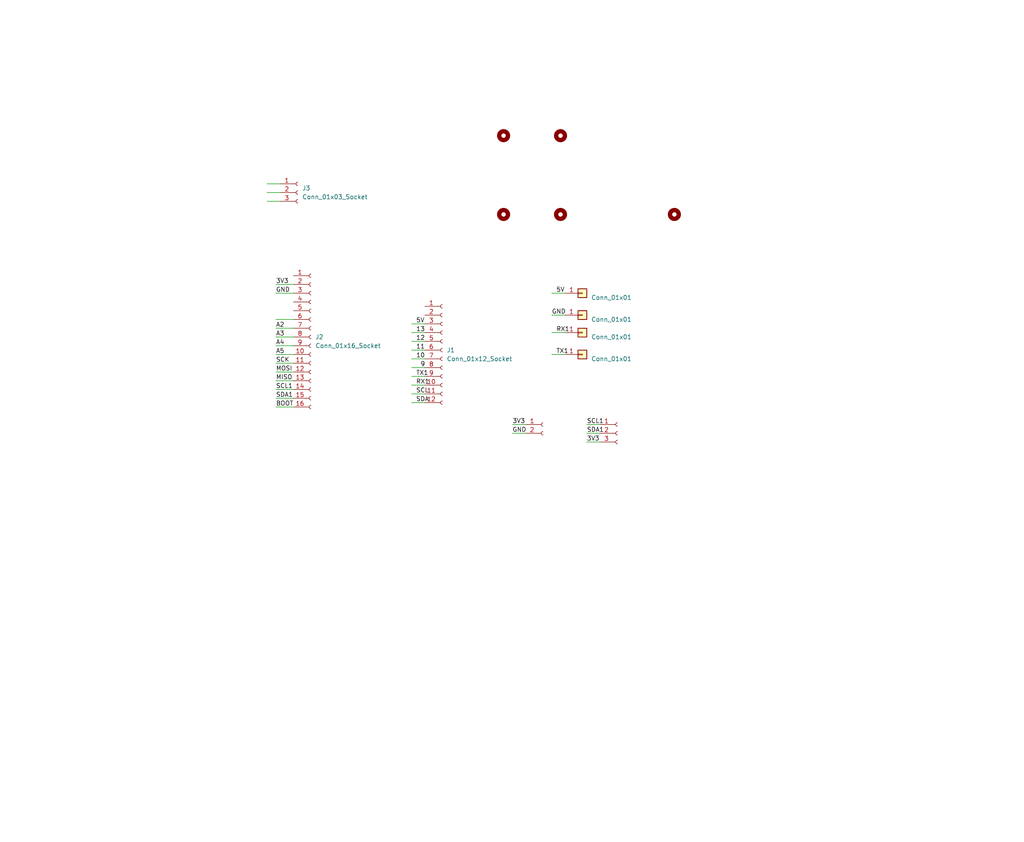
<source format=kicad_sch>
(kicad_sch (version 20250114) (generator "eeschema") (generator_version "9.0")
  (paper "User" 297.002 244.323)
  (lib_symbols
    (symbol "Connector:Conn_01x02_Female" (pin_names (offset 1.016) (hide yes))
      (property "Reference" "J" (at 0 2.54 0))
      (property "Value" "Conn_01x02_Female" (at 0 -5.08 0))
      (symbol "Conn_01x02_Female_1_1"
        (polyline (pts (xy -1.27 0) (xy -0.508 0)) (stroke (width 0.1524)))
        (polyline (pts (xy -1.27 -2.54) (xy -0.508 -2.54)) (stroke (width 0.1524)))
        (arc (start 0 -0.508) (mid -0.5058 0) (end 0 0.508) (stroke (width 0.1524)))
        (arc (start 0 -3.048) (mid -0.5058 -2.54) (end 0 -2.032) (stroke (width 0.1524)))
        (pin passive line (at -5.08 0 0) (length 3.81) (name "Pin_1") (number "1"))
        (pin passive line (at -5.08 -2.54 0) (length 3.81) (name "Pin_2") (number "2"))
      )
    )
    (symbol "Connector:Conn_01x03_Female" (pin_names (offset 1.016) (hide yes))
      (property "Reference" "J" (at 0 5.08 0))
      (property "Value" "Conn_01x03_Female" (at 0 -5.08 0))
      (symbol "Conn_01x03_Female_1_1"
        (polyline (pts (xy -1.27 2.54) (xy -0.508 2.54)) (stroke (width 0.1524)))
        (polyline (pts (xy -1.27 0) (xy -0.508 0)) (stroke (width 0.1524)))
        (polyline (pts (xy -1.27 -2.54) (xy -0.508 -2.54)) (stroke (width 0.1524)))
        (arc (start 0 2.032) (mid -0.5058 2.54) (end 0 3.048) (stroke (width 0.1524)))
        (arc (start 0 -0.508) (mid -0.5058 0) (end 0 0.508) (stroke (width 0.1524)))
        (arc (start 0 -3.048) (mid -0.5058 -2.54) (end 0 -2.032) (stroke (width 0.1524)))
        (pin passive line (at -5.08 2.54 0) (length 3.81) (name "Pin_1") (number "1"))
        (pin passive line (at -5.08 0 0) (length 3.81) (name "Pin_2") (number "2"))
        (pin passive line (at -5.08 -2.54 0) (length 3.81) (name "Pin_3") (number "3"))
      )
    )
    (symbol "Connector:Conn_01x03_Socket" (pin_names (offset 1.016) (hide yes))
      (property "Reference" "J" (at 0 5.08 0))
      (property "Value" "Conn_01x03_Socket" (at 0 -5.08 0))
      (symbol "Conn_01x03_Socket_1_1"
        (polyline (pts (xy -1.27 2.54) (xy -0.508 2.54)) (stroke (width 0.1524)))
        (polyline (pts (xy -1.27 0) (xy -0.508 0)) (stroke (width 0.1524)))
        (polyline (pts (xy -1.27 -2.54) (xy -0.508 -2.54)) (stroke (width 0.1524)))
        (arc (start 0 2.032) (mid -0.5058 2.54) (end 0 3.048) (stroke (width 0.1524)))
        (arc (start 0 -0.508) (mid -0.5058 0) (end 0 0.508) (stroke (width 0.1524)))
        (arc (start 0 -3.048) (mid -0.5058 -2.54) (end 0 -2.032) (stroke (width 0.1524)))
        (pin passive line (at -5.08 2.54 0) (length 3.81) (name "Pin_1") (number "1"))
        (pin passive line (at -5.08 0 0) (length 3.81) (name "Pin_2") (number "2"))
        (pin passive line (at -5.08 -2.54 0) (length 3.81) (name "Pin_3") (number "3"))
      )
    )
    (symbol "Connector:Conn_01x12_Socket" (pin_names (offset 1.016) (hide yes))
      (property "Reference" "J" (at 0 15.24 0))
      (property "Value" "Conn_01x12_Socket" (at 0 -17.78 0))
      (symbol "Conn_01x12_Socket_1_1"
        (polyline (pts (xy -1.27 12.7) (xy -0.508 12.7)) (stroke (width 0.1524)))
        (polyline (pts (xy -1.27 10.16) (xy -0.508 10.16)) (stroke (width 0.1524)))
        (polyline (pts (xy -1.27 7.62) (xy -0.508 7.62)) (stroke (width 0.1524)))
        (polyline (pts (xy -1.27 5.08) (xy -0.508 5.08)) (stroke (width 0.1524)))
        (polyline (pts (xy -1.27 2.54) (xy -0.508 2.54)) (stroke (width 0.1524)))
        (polyline (pts (xy -1.27 0) (xy -0.508 0)) (stroke (width 0.1524)))
        (polyline (pts (xy -1.27 -2.54) (xy -0.508 -2.54)) (stroke (width 0.1524)))
        (polyline (pts (xy -1.27 -5.08) (xy -0.508 -5.08)) (stroke (width 0.1524)))
        (polyline (pts (xy -1.27 -7.62) (xy -0.508 -7.62)) (stroke (width 0.1524)))
        (polyline (pts (xy -1.27 -10.16) (xy -0.508 -10.16)) (stroke (width 0.1524)))
        (polyline (pts (xy -1.27 -12.7) (xy -0.508 -12.7)) (stroke (width 0.1524)))
        (polyline (pts (xy -1.27 -15.24) (xy -0.508 -15.24)) (stroke (width 0.1524)))
        (arc (start 0 12.192) (mid -0.5058 12.7) (end 0 13.208) (stroke (width 0.1524)))
        (arc (start 0 9.652) (mid -0.5058 10.16) (end 0 10.668) (stroke (width 0.1524)))
        (arc (start 0 7.112) (mid -0.5058 7.62) (end 0 8.128) (stroke (width 0.1524)))
        (arc (start 0 4.572) (mid -0.5058 5.08) (end 0 5.588) (stroke (width 0.1524)))
        (arc (start 0 2.032) (mid -0.5058 2.54) (end 0 3.048) (stroke (width 0.1524)))
        (arc (start 0 -0.508) (mid -0.5058 0) (end 0 0.508) (stroke (width 0.1524)))
        (arc (start 0 -3.048) (mid -0.5058 -2.54) (end 0 -2.032) (stroke (width 0.1524)))
        (arc (start 0 -5.588) (mid -0.5058 -5.08) (end 0 -4.572) (stroke (width 0.1524)))
        (arc (start 0 -8.128) (mid -0.5058 -7.62) (end 0 -7.112) (stroke (width 0.1524)))
        (arc (start 0 -10.668) (mid -0.5058 -10.16) (end 0 -9.652) (stroke (width 0.1524)))
        (arc (start 0 -13.208) (mid -0.5058 -12.7) (end 0 -12.192) (stroke (width 0.1524)))
        (arc (start 0 -15.748) (mid -0.5058 -15.24) (end 0 -14.732) (stroke (width 0.1524)))
        (pin passive line (at -5.08 12.7 0) (length 3.81) (name "Pin_1") (number "1"))
        (pin passive line (at -5.08 10.16 0) (length 3.81) (name "Pin_2") (number "2"))
        (pin passive line (at -5.08 7.62 0) (length 3.81) (name "Pin_3") (number "3"))
        (pin passive line (at -5.08 5.08 0) (length 3.81) (name "Pin_4") (number "4"))
        (pin passive line (at -5.08 2.54 0) (length 3.81) (name "Pin_5") (number "5"))
        (pin passive line (at -5.08 0 0) (length 3.81) (name "Pin_6") (number "6"))
        (pin passive line (at -5.08 -2.54 0) (length 3.81) (name "Pin_7") (number "7"))
        (pin passive line (at -5.08 -5.08 0) (length 3.81) (name "Pin_8") (number "8"))
        (pin passive line (at -5.08 -7.62 0) (length 3.81) (name "Pin_9") (number "9"))
        (pin passive line (at -5.08 -10.16 0) (length 3.81) (name "Pin_10") (number "10"))
        (pin passive line (at -5.08 -12.7 0) (length 3.81) (name "Pin_11") (number "11"))
        (pin passive line (at -5.08 -15.24 0) (length 3.81) (name "Pin_12") (number "12"))
      )
    )
    (symbol "Connector:Conn_01x16_Socket" (pin_names (offset 1.016) (hide yes))
      (property "Reference" "J" (at 0 20.32 0))
      (property "Value" "Conn_01x16_Socket" (at 0 -22.86 0))
      (symbol "Conn_01x16_Socket_1_1"
        (polyline (pts (xy -1.27 17.78) (xy -0.508 17.78)) (stroke (width 0.1524)))
        (polyline (pts (xy -1.27 15.24) (xy -0.508 15.24)) (stroke (width 0.1524)))
        (polyline (pts (xy -1.27 12.7) (xy -0.508 12.7)) (stroke (width 0.1524)))
        (polyline (pts (xy -1.27 10.16) (xy -0.508 10.16)) (stroke (width 0.1524)))
        (polyline (pts (xy -1.27 7.62) (xy -0.508 7.62)) (stroke (width 0.1524)))
        (polyline (pts (xy -1.27 5.08) (xy -0.508 5.08)) (stroke (width 0.1524)))
        (polyline (pts (xy -1.27 2.54) (xy -0.508 2.54)) (stroke (width 0.1524)))
        (polyline (pts (xy -1.27 0) (xy -0.508 0)) (stroke (width 0.1524)))
        (polyline (pts (xy -1.27 -2.54) (xy -0.508 -2.54)) (stroke (width 0.1524)))
        (polyline (pts (xy -1.27 -5.08) (xy -0.508 -5.08)) (stroke (width 0.1524)))
        (polyline (pts (xy -1.27 -7.62) (xy -0.508 -7.62)) (stroke (width 0.1524)))
        (polyline (pts (xy -1.27 -10.16) (xy -0.508 -10.16)) (stroke (width 0.1524)))
        (polyline (pts (xy -1.27 -12.7) (xy -0.508 -12.7)) (stroke (width 0.1524)))
        (polyline (pts (xy -1.27 -15.24) (xy -0.508 -15.24)) (stroke (width 0.1524)))
        (polyline (pts (xy -1.27 -17.78) (xy -0.508 -17.78)) (stroke (width 0.1524)))
        (polyline (pts (xy -1.27 -20.32) (xy -0.508 -20.32)) (stroke (width 0.1524)))
        (arc (start 0 17.272) (mid -0.5058 17.78) (end 0 18.288) (stroke (width 0.1524)))
        (arc (start 0 14.732) (mid -0.5058 15.24) (end 0 15.748) (stroke (width 0.1524)))
        (arc (start 0 12.192) (mid -0.5058 12.7) (end 0 13.208) (stroke (width 0.1524)))
        (arc (start 0 9.652) (mid -0.5058 10.16) (end 0 10.668) (stroke (width 0.1524)))
        (arc (start 0 7.112) (mid -0.5058 7.62) (end 0 8.128) (stroke (width 0.1524)))
        (arc (start 0 4.572) (mid -0.5058 5.08) (end 0 5.588) (stroke (width 0.1524)))
        (arc (start 0 2.032) (mid -0.5058 2.54) (end 0 3.048) (stroke (width 0.1524)))
        (arc (start 0 -0.508) (mid -0.5058 0) (end 0 0.508) (stroke (width 0.1524)))
        (arc (start 0 -3.048) (mid -0.5058 -2.54) (end 0 -2.032) (stroke (width 0.1524)))
        (arc (start 0 -5.588) (mid -0.5058 -5.08) (end 0 -4.572) (stroke (width 0.1524)))
        (arc (start 0 -8.128) (mid -0.5058 -7.62) (end 0 -7.112) (stroke (width 0.1524)))
        (arc (start 0 -10.668) (mid -0.5058 -10.16) (end 0 -9.652) (stroke (width 0.1524)))
        (arc (start 0 -13.208) (mid -0.5058 -12.7) (end 0 -12.192) (stroke (width 0.1524)))
        (arc (start 0 -15.748) (mid -0.5058 -15.24) (end 0 -14.732) (stroke (width 0.1524)))
        (arc (start 0 -18.288) (mid -0.5058 -17.78) (end 0 -17.272) (stroke (width 0.1524)))
        (arc (start 0 -20.828) (mid -0.5058 -20.32) (end 0 -19.812) (stroke (width 0.1524)))
        (pin passive line (at -5.08 17.78 0) (length 3.81) (name "Pin_1") (number "1"))
        (pin passive line (at -5.08 15.24 0) (length 3.81) (name "Pin_2") (number "2"))
        (pin passive line (at -5.08 12.7 0) (length 3.81) (name "Pin_3") (number "3"))
        (pin passive line (at -5.08 10.16 0) (length 3.81) (name "Pin_4") (number "4"))
        (pin passive line (at -5.08 7.62 0) (length 3.81) (name "Pin_5") (number "5"))
        (pin passive line (at -5.08 5.08 0) (length 3.81) (name "Pin_6") (number "6"))
        (pin passive line (at -5.08 2.54 0) (length 3.81) (name "Pin_7") (number "7"))
        (pin passive line (at -5.08 0 0) (length 3.81) (name "Pin_8") (number "8"))
        (pin passive line (at -5.08 -2.54 0) (length 3.81) (name "Pin_9") (number "9"))
        (pin passive line (at -5.08 -5.08 0) (length 3.81) (name "Pin_10") (number "10"))
        (pin passive line (at -5.08 -7.62 0) (length 3.81) (name "Pin_11") (number "11"))
        (pin passive line (at -5.08 -10.16 0) (length 3.81) (name "Pin_12") (number "12"))
        (pin passive line (at -5.08 -12.7 0) (length 3.81) (name "Pin_13") (number "13"))
        (pin passive line (at -5.08 -15.24 0) (length 3.81) (name "Pin_14") (number "14"))
        (pin passive line (at -5.08 -17.78 0) (length 3.81) (name "Pin_15") (number "15"))
        (pin passive line (at -5.08 -20.32 0) (length 3.81) (name "Pin_16") (number "16"))
      )
    )
    (symbol "Connector_Generic:Conn_01x01" (pin_names (offset 1.016) (hide yes))
      (property "Reference" "J" (at 0 2.54 0))
      (property "Value" "Conn_01x01" (at 0 -2.54 0))
      (symbol "Conn_01x01_1_1"
        (rectangle (start -1.27 1.27) (end 1.27 -1.27) (stroke (width 0.254)) (fill (type background)))
        (rectangle (start -1.27 0.127) (end 0 -0.127) (stroke (width 0.1524)))
        (pin passive line (at -5.08 0 0) (length 3.81) (name "Pin_1") (number "1"))
      )
    )
    (symbol "Mechanical:MountingHole" (pin_names (offset 1.016))
      (property "Reference" "H" (at 0 5.08 0))
      (property "Value" "MountingHole" (at 0 3.175 0))
      (symbol "MountingHole_0_1"
        (circle (center 0 0) (radius 1.27) (stroke (width 1.27)))
      )
    )
  )
  (wire (pts (xy 80.01 102.87) (xy 85.09 102.87)))
  (wire (pts (xy 77.47 58.42) (xy 81.28 58.42)))
  (wire (pts (xy 80.01 97.79) (xy 85.09 97.79)))
  (wire (pts (xy 119.38 93.98) (xy 123.19 93.98)))
  (wire (pts (xy 119.38 106.68) (xy 123.19 106.68)))
  (wire (pts (xy 80.01 105.41) (xy 85.09 105.41)))
  (wire (pts (xy 80.01 85.09) (xy 85.09 85.09)))
  (wire (pts (xy 148.59 125.73) (xy 152.4 125.73)))
  (wire (pts (xy 160.02 91.44) (xy 163.83 91.44)))
  (wire (pts (xy 80.01 92.71) (xy 85.09 92.71)))
  (wire (pts (xy 160.02 102.87) (xy 163.83 102.87)))
  (wire (pts (xy 77.47 53.34) (xy 81.28 53.34)))
  (wire (pts (xy 80.01 110.49) (xy 85.09 110.49)))
  (wire (pts (xy 119.38 109.22) (xy 123.19 109.22)))
  (wire (pts (xy 80.01 107.95) (xy 85.09 107.95)))
  (wire (pts (xy 80.01 113.03) (xy 85.09 113.03)))
  (wire (pts (xy 160.02 96.52) (xy 163.83 96.52)))
  (wire (pts (xy 148.59 123.19) (xy 152.4 123.19)))
  (wire (pts (xy 80.01 115.57) (xy 85.09 115.57)))
  (wire (pts (xy 80.01 100.33) (xy 85.09 100.33)))
  (wire (pts (xy 170.18 123.19) (xy 173.99 123.19)))
  (wire (pts (xy 119.38 96.52) (xy 123.19 96.52)))
  (wire (pts (xy 170.18 125.73) (xy 173.99 125.73)))
  (wire (pts (xy 119.38 101.6) (xy 123.19 101.6)))
  (wire (pts (xy 119.38 104.14) (xy 123.19 104.14)))
  (wire (pts (xy 119.38 111.76) (xy 123.19 111.76)))
  (wire (pts (xy 80.01 82.55) (xy 85.09 82.55)))
  (wire (pts (xy 77.47 55.88) (xy 81.28 55.88)))
  (wire (pts (xy 119.38 114.3) (xy 123.19 114.3)))
  (wire (pts (xy 160.02 85.09) (xy 163.83 85.09)))
  (wire (pts (xy 170.18 128.27) (xy 173.99 128.27)))
  (wire (pts (xy 119.38 99.06) (xy 123.19 99.06)))
  (wire (pts (xy 80.01 118.11) (xy 85.09 118.11)))
  (wire (pts (xy 80.01 95.25) (xy 85.09 95.25)))
  (wire (pts (xy 119.38 116.84) (xy 123.19 116.84)))
  (label "SCK" (at 80.01 105.41 0))
  (label "SDA" (at 120.65 116.84 0))
  (label "A5" (at 80.01 102.87 0))
  (label "SCL1" (at 80.01 113.03 0))
  (label "3V3" (at 80.01 82.55 0))
  (label "SCL1" (at 170.18 123.19 0))
  (label "5V" (at 161.29 85.09 0))
  (label "MISO" (at 80.01 110.49 0))
  (label "RX1" (at 161.29 96.52 0))
  (label "GND" (at 80.01 85.09 0))
  (label "3V3" (at 148.59 123.19 0))
  (label "A3" (at 80.01 97.79 0))
  (label "3V3" (at 170.18 128.27 0))
  (label "RX1" (at 120.65 111.76 0))
  (label "13" (at 120.65 96.52 0))
  (label "GND" (at 160.02 91.44 0))
  (label "A2" (at 80.01 95.25 0))
  (label "12" (at 120.65 99.06 0))
  (label "A4" (at 80.01 100.33 0))
  (label "SDA1" (at 170.18 125.73 0))
  (label "SCL" (at 120.65 114.3 0))
  (label "TX1" (at 161.29 102.87 0))
  (label "GND" (at 148.59 125.73 0))
  (label "BOOT" (at 80.01 118.11 0))
  (label "SDA1" (at 80.01 115.57 0))
  (label "10" (at 120.65 104.14 0))
  (label "11" (at 120.65 101.6 0))
  (label "MOSI" (at 80.01 107.95 0))
  (label "TX1" (at 120.65 109.22 0))
  (label "5V" (at 120.65 93.98 0))
  (label "9" (at 121.92 106.68 0))
  (symbol (lib_id "Connector_Generic:Conn_01x01") (at 168.91 91.44 0) (unit 1)
    (property "Reference" "GND_PAD18" (effects (hide yes)))
    (property "Value" "Conn_01x01" (at 171.45 92.7099 0) (effects (justify left)))
    (property "Footprint" "Connector_Wire:SolderWirePad_1x01_SMD_5x10mm" (effects (hide yes)))
    (property "Description" "Generic connector, single row, 01x01, script generated (kicad-library-utils/schlib/autogen/connector/)" (effects (hide yes)))
  )
  (symbol (lib_id "Mechanical:MountingHole") (at 195.58 62.23 0) (unit 1)
    (property "Reference" "POST_5" (effects (hide yes)))
    (property "Value" "MountingHole" (effects (hide yes)))
    (property "Footprint" "MountingHole:MountingHole_4mm" (effects (hide yes)))
    (property "Description" "Mounting Hole without connection" (effects (hide yes)))
  )
  (symbol (lib_id "Connector:Conn_01x03_Socket") (at 86.36 55.88 0) (unit 1)
    (property "Reference" "J3" (at 87.63 54.6099 0) (effects (justify left)))
    (property "Value" "Conn_01x03_Socket" (at 87.63 57.1499 0) (effects (justify left)))
    (property "Footprint" "Connector_PinSocket_2.54mm:PinSocket_1x03_P2.54mm_Vertical" (effects (hide yes)))
    (property "Description" "Generic connector, single row, 01x03, script generated" (effects (hide yes)))
  )
  (symbol (lib_id "Connector_Generic:Conn_01x01") (at 168.91 102.87 0) (unit 1)
    (property "Reference" "GND_PAD21" (effects (hide yes)))
    (property "Value" "Conn_01x01" (at 171.45 104.1399 0) (effects (justify left)))
    (property "Footprint" "Connector_Wire:SolderWirePad_1x01_SMD_5x10mm" (effects (hide yes)))
    (property "Description" "Generic connector, single row, 01x01, script generated (kicad-library-utils/schlib/autogen/connector/)" (effects (hide yes)))
  )
  (symbol (lib_id "Connector:Conn_01x16_Socket") (at 90.17 97.79 0) (unit 1)
    (property "Reference" "J2" (at 91.44 97.7899 0) (effects (justify left)))
    (property "Value" "Conn_01x16_Socket" (at 91.44 100.3299 0) (effects (justify left)))
    (property "Footprint" "Connector_PinSocket_2.54mm:PinSocket_1x16_P2.54mm_Vertical" (effects (hide yes)))
    (property "Description" "Generic connector, single row, 01x16, script generated" (effects (hide yes)))
  )
  (symbol (lib_id "Connector_Generic:Conn_01x01") (at 168.91 96.52 0) (unit 1)
    (property "Reference" "GND_PAD20" (effects (hide yes)))
    (property "Value" "Conn_01x01" (at 171.45 97.7899 0) (effects (justify left)))
    (property "Footprint" "Connector_Wire:SolderWirePad_1x01_SMD_5x10mm" (effects (hide yes)))
    (property "Description" "Generic connector, single row, 01x01, script generated (kicad-library-utils/schlib/autogen/connector/)" (effects (hide yes)))
  )
  (symbol (lib_id "Mechanical:MountingHole") (at 146.05 62.23 0) (unit 1)
    (property "Reference" "POST_3" (effects (hide yes)))
    (property "Value" "MountingHole" (effects (hide yes)))
    (property "Footprint" "MountingHole:MountingHole_2.2mm_M2" (effects (hide yes)))
    (property "Description" "Mounting Hole without connection" (effects (hide yes)))
  )
  (symbol (lib_id "Connector:Conn_01x02_Female") (at 157.48 123.19 0) (unit 1)
    (property "Reference" "PMW3901_PWR2" (effects (hide yes)))
    (property "Value" "Conn_01x02_Female" (effects (hide yes)))
    (property "Footprint" "Connector_PinHeader_2.54mm:PinHeader_1x02_P2.54mm_Vertical" (effects (hide yes)))
    (property "Description" "Generic connector, single row, 01x02, script generated (kicad-library-utils/schlib/autogen/connector/)" (effects (hide yes)))
  )
  (symbol (lib_id "Connector:Conn_01x03_Female") (at 179.07 125.73 0) (unit 1)
    (property "Reference" "Motor5" (effects (hide yes)))
    (property "Value" "Conn_01x03_Female" (effects (hide yes)))
    (property "Footprint" "Connector_PinHeader_2.54mm:PinHeader_1x03_P2.54mm_Vertical" (effects (hide yes)))
    (property "Description" "Generic connector, single row, 01x03, script generated (kicad-library-utils/schlib/autogen/connector/)" (effects (hide yes)))
  )
  (symbol (lib_id "Mechanical:MountingHole") (at 162.56 62.23 0) (unit 1)
    (property "Reference" "POST_1" (effects (hide yes)))
    (property "Value" "MountingHole" (effects (hide yes)))
    (property "Footprint" "MountingHole:MountingHole_2.2mm_M2" (effects (hide yes)))
    (property "Description" "Mounting Hole without connection" (effects (hide yes)))
  )
  (symbol (lib_id "Mechanical:MountingHole") (at 146.05 39.37 0) (unit 1)
    (property "Reference" "POST_4" (effects (hide yes)))
    (property "Value" "MountingHole" (effects (hide yes)))
    (property "Footprint" "MountingHole:MountingHole_2.2mm_M2" (effects (hide yes)))
    (property "Description" "Mounting Hole without connection" (effects (hide yes)))
  )
  (symbol (lib_id "Connector:Conn_01x12_Socket") (at 128.27 101.6 0) (unit 1)
    (property "Reference" "J1" (at 129.54 101.5999 0) (effects (justify left)))
    (property "Value" "Conn_01x12_Socket" (at 129.54 104.1399 0) (effects (justify left)))
    (property "Footprint" "Connector_PinSocket_2.54mm:PinSocket_1x14_P2.54mm_Vertical" (effects (hide yes)))
    (property "Description" "Generic connector, single row, 01x12, script generated" (effects (hide yes)))
  )
  (symbol (lib_id "Connector_Generic:Conn_01x01") (at 168.91 85.09 0) (unit 1)
    (property "Reference" "GND_PAD19" (effects (hide yes)))
    (property "Value" "Conn_01x01" (at 171.45 86.3599 0) (effects (justify left)))
    (property "Footprint" "Connector_Wire:SolderWirePad_1x01_SMD_5x10mm" (effects (hide yes)))
    (property "Description" "Generic connector, single row, 01x01, script generated (kicad-library-utils/schlib/autogen/connector/)" (effects (hide yes)))
  )
  (symbol (lib_id "Mechanical:MountingHole") (at 162.56 39.37 0) (unit 1)
    (property "Reference" "POST_2" (effects (hide yes)))
    (property "Value" "MountingHole" (effects (hide yes)))
    (property "Footprint" "MountingHole:MountingHole_2.2mm_M2" (effects (hide yes)))
    (property "Description" "Mounting Hole without connection" (effects (hide yes)))
  )
)
</source>
